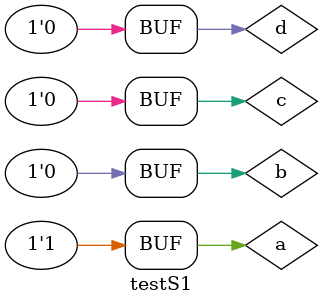
<source format=v>
module calculaS1(output s, input a, input b, input c, input d);
wire [1:0] sXnor;
xnor XNOR1 (sXnor[0], a, c);
xnor XNOR2 (sXnor[1], b, d);
and AND1 (s, sXnor[0], sXnor[1]);
endmodule //calculaS1

module testS1;
reg a;
reg b;
reg c;
reg d;
wire s;
calculaS1 testeS1 (s, a, b, c, d);
initial begin
 $display ("Exercício K");
 $display ("Úrsula Rosa - 427468");
 $display ("AB CD  S");
 a=0; b=0; c=0; d=0;
 $monitor ("%b%b %b%b  %b",a,b,c,d,s);
 #1 a=0; b=0; c=0; d=1;  
 #1 a=0; b=0; c=1; d=0;
 #1 a=0; b=1; c=0; d=0;
 #1 a=1; b=0; c=0; d=0;
end
endmodule //testS1
</source>
